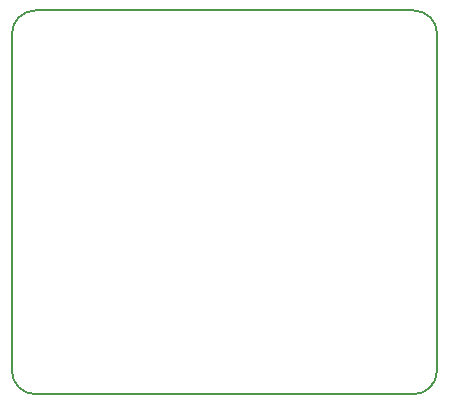
<source format=gbr>
%FSLAX34Y34*%
%MOMM*%
%LNOUTLINE*%
G71*
G01*
%ADD10C,0.200*%
%LPD*%
G54D10*
X40000Y-30000D02*
X360000Y-30000D01*
G54D10*
G75*
G01X40000Y-30000D02*
G03X20000Y-50000I0J-20000D01*
G01*
G54D10*
G75*
G01X380000Y-50000D02*
G03X360000Y-30000I-20000J0D01*
G01*
G54D10*
X20000Y-50000D02*
X20000Y-335000D01*
G54D10*
G75*
G01X20000Y-335000D02*
G03X40000Y-355000I20000J0D01*
G01*
G54D10*
X380000Y-50000D02*
X380000Y-335000D01*
G54D10*
G75*
G01X360000Y-355000D02*
G03X380000Y-335000I0J20000D01*
G01*
G54D10*
X40000Y-355000D02*
X360000Y-355000D01*
M02*

</source>
